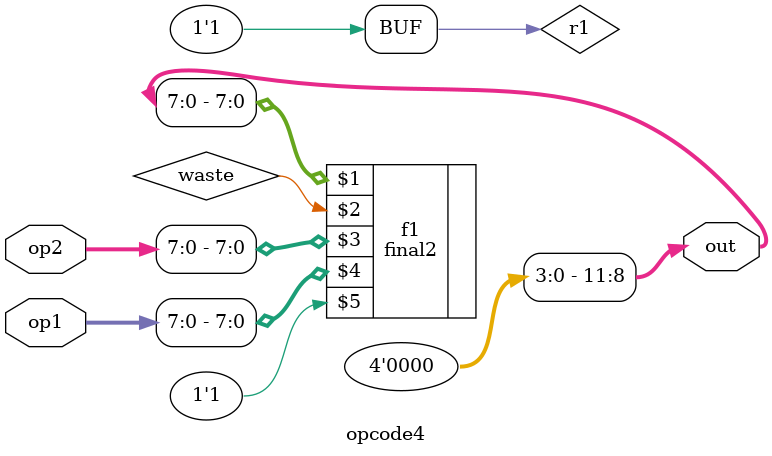
<source format=v>
`timescale 1ns/1ps
module opcode4(
     input wire[11:0] op1,
    input wire[11:0] op2,
    output wire[11:0] out
);
wire waste;
wire r1;
buf(r1,1);
final2 f1(out[7:0],waste,op2[7:0],op1[7:0],r1);
buf b1(out[11],0);
buf b2(out[10],0);
buf b3(out[9],0);
buf b4(out[8],0);

endmodule
</source>
